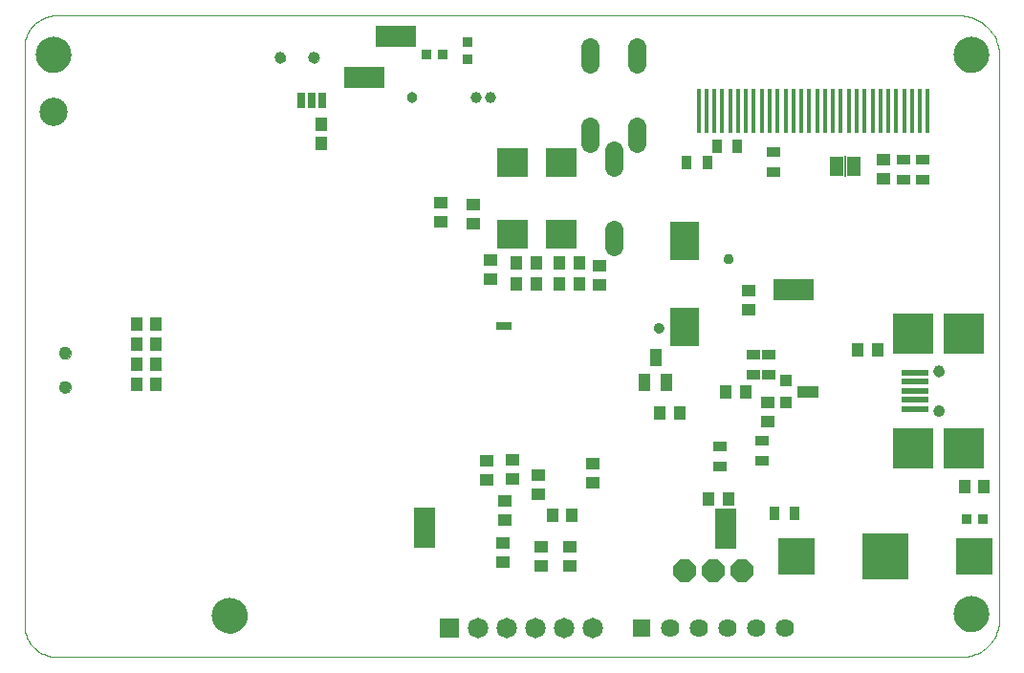
<source format=gbs>
G75*
%MOIN*%
%OFA0B0*%
%FSLAX24Y24*%
%IPPOS*%
%LPD*%
%AMOC8*
5,1,8,0,0,1.08239X$1,22.5*
%
%ADD10C,0.0000*%
%ADD11C,0.0434*%
%ADD12R,0.0434X0.0473*%
%ADD13R,0.0540X0.0290*%
%ADD14R,0.0715X0.0715*%
%ADD15C,0.0715*%
%ADD16R,0.0740X0.1390*%
%ADD17R,0.0473X0.0434*%
%ADD18R,0.0946X0.0237*%
%ADD19R,0.1418X0.1418*%
%ADD20C,0.0394*%
%ADD21R,0.1103X0.1044*%
%ADD22C,0.0985*%
%ADD23R,0.0440X0.0440*%
%ADD24R,0.0740X0.0440*%
%ADD25R,0.0178X0.1540*%
%ADD26R,0.0355X0.0512*%
%ADD27R,0.0512X0.0355*%
%ADD28R,0.0060X0.0720*%
%ADD29R,0.0500X0.0670*%
%ADD30C,0.0640*%
%ADD31OC8,0.0800*%
%ADD32R,0.1600X0.1600*%
%ADD33R,0.1290X0.1290*%
%ADD34R,0.1024X0.1339*%
%ADD35C,0.0355*%
%ADD36R,0.0434X0.0591*%
%ADD37R,0.0640X0.0640*%
%ADD38C,0.0640*%
%ADD39C,0.1240*%
%ADD40C,0.0390*%
%ADD41R,0.0355X0.0355*%
%ADD42R,0.1390X0.0740*%
%ADD43R,0.0290X0.0540*%
%ADD44C,0.0380*%
D10*
X001624Y000205D02*
X033178Y000205D01*
X033249Y000207D01*
X033320Y000213D01*
X033391Y000222D01*
X033460Y000236D01*
X033530Y000253D01*
X033598Y000274D01*
X033664Y000298D01*
X033730Y000326D01*
X033793Y000358D01*
X033855Y000393D01*
X033915Y000431D01*
X033973Y000473D01*
X034029Y000518D01*
X034082Y000565D01*
X034132Y000615D01*
X034179Y000668D01*
X034224Y000724D01*
X034266Y000782D01*
X034304Y000842D01*
X034339Y000904D01*
X034371Y000967D01*
X034399Y001033D01*
X034423Y001099D01*
X034444Y001167D01*
X034461Y001237D01*
X034475Y001306D01*
X034484Y001377D01*
X034490Y001448D01*
X034492Y001519D01*
X034492Y021156D01*
X032900Y021205D02*
X032902Y021254D01*
X032908Y021302D01*
X032918Y021350D01*
X032932Y021397D01*
X032949Y021443D01*
X032970Y021487D01*
X032995Y021529D01*
X033023Y021569D01*
X033055Y021607D01*
X033089Y021642D01*
X033126Y021674D01*
X033165Y021703D01*
X033207Y021729D01*
X033251Y021751D01*
X033296Y021769D01*
X033343Y021784D01*
X033390Y021795D01*
X033439Y021802D01*
X033488Y021805D01*
X033537Y021804D01*
X033585Y021799D01*
X033634Y021790D01*
X033681Y021777D01*
X033727Y021760D01*
X033771Y021740D01*
X033814Y021716D01*
X033855Y021689D01*
X033893Y021658D01*
X033929Y021625D01*
X033961Y021589D01*
X033991Y021550D01*
X034018Y021509D01*
X034041Y021465D01*
X034060Y021420D01*
X034076Y021374D01*
X034088Y021327D01*
X034096Y021278D01*
X034100Y021229D01*
X034100Y021181D01*
X034096Y021132D01*
X034088Y021083D01*
X034076Y021036D01*
X034060Y020990D01*
X034041Y020945D01*
X034018Y020901D01*
X033991Y020860D01*
X033961Y020821D01*
X033929Y020785D01*
X033893Y020752D01*
X033855Y020721D01*
X033814Y020694D01*
X033771Y020670D01*
X033727Y020650D01*
X033681Y020633D01*
X033634Y020620D01*
X033585Y020611D01*
X033537Y020606D01*
X033488Y020605D01*
X033439Y020608D01*
X033390Y020615D01*
X033343Y020626D01*
X033296Y020641D01*
X033251Y020659D01*
X033207Y020681D01*
X033165Y020707D01*
X033126Y020736D01*
X033089Y020768D01*
X033055Y020803D01*
X033023Y020841D01*
X032995Y020881D01*
X032970Y020923D01*
X032949Y020967D01*
X032932Y021013D01*
X032918Y021060D01*
X032908Y021108D01*
X032902Y021156D01*
X032900Y021205D01*
X033073Y022575D02*
X033147Y022573D01*
X033221Y022567D01*
X033295Y022558D01*
X033368Y022544D01*
X033440Y022527D01*
X033511Y022506D01*
X033582Y022481D01*
X033650Y022452D01*
X033717Y022420D01*
X033783Y022385D01*
X033846Y022346D01*
X033907Y022304D01*
X033966Y022259D01*
X034022Y022211D01*
X034076Y022159D01*
X034128Y022105D01*
X034176Y022049D01*
X034221Y021990D01*
X034263Y021929D01*
X034302Y021866D01*
X034337Y021800D01*
X034369Y021733D01*
X034398Y021665D01*
X034423Y021594D01*
X034444Y021523D01*
X034461Y021451D01*
X034475Y021378D01*
X034484Y021304D01*
X034490Y021230D01*
X034492Y021156D01*
X033073Y022575D02*
X001617Y022575D01*
X001552Y022573D01*
X001487Y022567D01*
X001423Y022558D01*
X001359Y022545D01*
X001297Y022528D01*
X001235Y022508D01*
X001175Y022484D01*
X001116Y022456D01*
X001059Y022425D01*
X001003Y022391D01*
X000950Y022354D01*
X000899Y022314D01*
X000850Y022270D01*
X000805Y022225D01*
X000761Y022176D01*
X000721Y022125D01*
X000684Y022072D01*
X000650Y022017D01*
X000619Y021959D01*
X000591Y021900D01*
X000567Y021840D01*
X000547Y021778D01*
X000530Y021716D01*
X000517Y021652D01*
X000508Y021588D01*
X000502Y021523D01*
X000500Y021458D01*
X000500Y001329D01*
X000502Y001264D01*
X000508Y001199D01*
X000517Y001134D01*
X000530Y001070D01*
X000547Y001007D01*
X000568Y000945D01*
X000592Y000884D01*
X000620Y000825D01*
X000651Y000767D01*
X000685Y000711D01*
X000722Y000658D01*
X000763Y000607D01*
X000806Y000558D01*
X000853Y000511D01*
X000902Y000468D01*
X000953Y000427D01*
X001006Y000390D01*
X001062Y000356D01*
X001120Y000325D01*
X001179Y000297D01*
X001240Y000273D01*
X001302Y000252D01*
X001365Y000235D01*
X001429Y000222D01*
X001494Y000213D01*
X001559Y000207D01*
X001624Y000205D01*
X007050Y001655D02*
X007052Y001704D01*
X007058Y001752D01*
X007068Y001800D01*
X007082Y001847D01*
X007099Y001893D01*
X007120Y001937D01*
X007145Y001979D01*
X007173Y002019D01*
X007205Y002057D01*
X007239Y002092D01*
X007276Y002124D01*
X007315Y002153D01*
X007357Y002179D01*
X007401Y002201D01*
X007446Y002219D01*
X007493Y002234D01*
X007540Y002245D01*
X007589Y002252D01*
X007638Y002255D01*
X007687Y002254D01*
X007735Y002249D01*
X007784Y002240D01*
X007831Y002227D01*
X007877Y002210D01*
X007921Y002190D01*
X007964Y002166D01*
X008005Y002139D01*
X008043Y002108D01*
X008079Y002075D01*
X008111Y002039D01*
X008141Y002000D01*
X008168Y001959D01*
X008191Y001915D01*
X008210Y001870D01*
X008226Y001824D01*
X008238Y001777D01*
X008246Y001728D01*
X008250Y001679D01*
X008250Y001631D01*
X008246Y001582D01*
X008238Y001533D01*
X008226Y001486D01*
X008210Y001440D01*
X008191Y001395D01*
X008168Y001351D01*
X008141Y001310D01*
X008111Y001271D01*
X008079Y001235D01*
X008043Y001202D01*
X008005Y001171D01*
X007964Y001144D01*
X007921Y001120D01*
X007877Y001100D01*
X007831Y001083D01*
X007784Y001070D01*
X007735Y001061D01*
X007687Y001056D01*
X007638Y001055D01*
X007589Y001058D01*
X007540Y001065D01*
X007493Y001076D01*
X007446Y001091D01*
X007401Y001109D01*
X007357Y001131D01*
X007315Y001157D01*
X007276Y001186D01*
X007239Y001218D01*
X007205Y001253D01*
X007173Y001291D01*
X007145Y001331D01*
X007120Y001373D01*
X007099Y001417D01*
X007082Y001463D01*
X007068Y001510D01*
X007058Y001558D01*
X007052Y001606D01*
X007050Y001655D01*
X001720Y009614D02*
X001722Y009641D01*
X001728Y009668D01*
X001737Y009694D01*
X001750Y009718D01*
X001766Y009741D01*
X001785Y009760D01*
X001807Y009777D01*
X001831Y009791D01*
X001856Y009801D01*
X001883Y009808D01*
X001910Y009811D01*
X001938Y009810D01*
X001965Y009805D01*
X001991Y009797D01*
X002015Y009785D01*
X002038Y009769D01*
X002059Y009751D01*
X002076Y009730D01*
X002091Y009706D01*
X002102Y009681D01*
X002110Y009655D01*
X002114Y009628D01*
X002114Y009600D01*
X002110Y009573D01*
X002102Y009547D01*
X002091Y009522D01*
X002076Y009498D01*
X002059Y009477D01*
X002038Y009459D01*
X002016Y009443D01*
X001991Y009431D01*
X001965Y009423D01*
X001938Y009418D01*
X001910Y009417D01*
X001883Y009420D01*
X001856Y009427D01*
X001831Y009437D01*
X001807Y009451D01*
X001785Y009468D01*
X001766Y009487D01*
X001750Y009510D01*
X001737Y009534D01*
X001728Y009560D01*
X001722Y009587D01*
X001720Y009614D01*
X001720Y010796D02*
X001722Y010823D01*
X001728Y010850D01*
X001737Y010876D01*
X001750Y010900D01*
X001766Y010923D01*
X001785Y010942D01*
X001807Y010959D01*
X001831Y010973D01*
X001856Y010983D01*
X001883Y010990D01*
X001910Y010993D01*
X001938Y010992D01*
X001965Y010987D01*
X001991Y010979D01*
X002015Y010967D01*
X002038Y010951D01*
X002059Y010933D01*
X002076Y010912D01*
X002091Y010888D01*
X002102Y010863D01*
X002110Y010837D01*
X002114Y010810D01*
X002114Y010782D01*
X002110Y010755D01*
X002102Y010729D01*
X002091Y010704D01*
X002076Y010680D01*
X002059Y010659D01*
X002038Y010641D01*
X002016Y010625D01*
X001991Y010613D01*
X001965Y010605D01*
X001938Y010600D01*
X001910Y010599D01*
X001883Y010602D01*
X001856Y010609D01*
X001831Y010619D01*
X001807Y010633D01*
X001785Y010650D01*
X001766Y010669D01*
X001750Y010692D01*
X001737Y010716D01*
X001728Y010742D01*
X001722Y010769D01*
X001720Y010796D01*
X000900Y021205D02*
X000902Y021254D01*
X000908Y021302D01*
X000918Y021350D01*
X000932Y021397D01*
X000949Y021443D01*
X000970Y021487D01*
X000995Y021529D01*
X001023Y021569D01*
X001055Y021607D01*
X001089Y021642D01*
X001126Y021674D01*
X001165Y021703D01*
X001207Y021729D01*
X001251Y021751D01*
X001296Y021769D01*
X001343Y021784D01*
X001390Y021795D01*
X001439Y021802D01*
X001488Y021805D01*
X001537Y021804D01*
X001585Y021799D01*
X001634Y021790D01*
X001681Y021777D01*
X001727Y021760D01*
X001771Y021740D01*
X001814Y021716D01*
X001855Y021689D01*
X001893Y021658D01*
X001929Y021625D01*
X001961Y021589D01*
X001991Y021550D01*
X002018Y021509D01*
X002041Y021465D01*
X002060Y021420D01*
X002076Y021374D01*
X002088Y021327D01*
X002096Y021278D01*
X002100Y021229D01*
X002100Y021181D01*
X002096Y021132D01*
X002088Y021083D01*
X002076Y021036D01*
X002060Y020990D01*
X002041Y020945D01*
X002018Y020901D01*
X001991Y020860D01*
X001961Y020821D01*
X001929Y020785D01*
X001893Y020752D01*
X001855Y020721D01*
X001814Y020694D01*
X001771Y020670D01*
X001727Y020650D01*
X001681Y020633D01*
X001634Y020620D01*
X001585Y020611D01*
X001537Y020606D01*
X001488Y020605D01*
X001439Y020608D01*
X001390Y020615D01*
X001343Y020626D01*
X001296Y020641D01*
X001251Y020659D01*
X001207Y020681D01*
X001165Y020707D01*
X001126Y020736D01*
X001089Y020768D01*
X001055Y020803D01*
X001023Y020841D01*
X000995Y020881D01*
X000970Y020923D01*
X000949Y020967D01*
X000932Y021013D01*
X000918Y021060D01*
X000908Y021108D01*
X000902Y021156D01*
X000900Y021205D01*
X009232Y021105D02*
X009234Y021131D01*
X009240Y021157D01*
X009250Y021182D01*
X009263Y021205D01*
X009279Y021225D01*
X009299Y021243D01*
X009321Y021258D01*
X009344Y021270D01*
X009370Y021278D01*
X009396Y021282D01*
X009422Y021282D01*
X009448Y021278D01*
X009474Y021270D01*
X009498Y021258D01*
X009519Y021243D01*
X009539Y021225D01*
X009555Y021205D01*
X009568Y021182D01*
X009578Y021157D01*
X009584Y021131D01*
X009586Y021105D01*
X009584Y021079D01*
X009578Y021053D01*
X009568Y021028D01*
X009555Y021005D01*
X009539Y020985D01*
X009519Y020967D01*
X009497Y020952D01*
X009474Y020940D01*
X009448Y020932D01*
X009422Y020928D01*
X009396Y020928D01*
X009370Y020932D01*
X009344Y020940D01*
X009320Y020952D01*
X009299Y020967D01*
X009279Y020985D01*
X009263Y021005D01*
X009250Y021028D01*
X009240Y021053D01*
X009234Y021079D01*
X009232Y021105D01*
X010414Y021105D02*
X010416Y021131D01*
X010422Y021157D01*
X010432Y021182D01*
X010445Y021205D01*
X010461Y021225D01*
X010481Y021243D01*
X010503Y021258D01*
X010526Y021270D01*
X010552Y021278D01*
X010578Y021282D01*
X010604Y021282D01*
X010630Y021278D01*
X010656Y021270D01*
X010680Y021258D01*
X010701Y021243D01*
X010721Y021225D01*
X010737Y021205D01*
X010750Y021182D01*
X010760Y021157D01*
X010766Y021131D01*
X010768Y021105D01*
X010766Y021079D01*
X010760Y021053D01*
X010750Y021028D01*
X010737Y021005D01*
X010721Y020985D01*
X010701Y020967D01*
X010679Y020952D01*
X010656Y020940D01*
X010630Y020932D01*
X010604Y020928D01*
X010578Y020928D01*
X010552Y020932D01*
X010526Y020940D01*
X010502Y020952D01*
X010481Y020967D01*
X010461Y020985D01*
X010445Y021005D01*
X010432Y021028D01*
X010422Y021053D01*
X010416Y021079D01*
X010414Y021105D01*
X024877Y014091D02*
X024879Y014116D01*
X024885Y014140D01*
X024894Y014162D01*
X024907Y014183D01*
X024923Y014202D01*
X024942Y014218D01*
X024963Y014231D01*
X024985Y014240D01*
X025009Y014246D01*
X025034Y014248D01*
X025059Y014246D01*
X025083Y014240D01*
X025105Y014231D01*
X025126Y014218D01*
X025145Y014202D01*
X025161Y014183D01*
X025174Y014162D01*
X025183Y014140D01*
X025189Y014116D01*
X025191Y014091D01*
X025189Y014066D01*
X025183Y014042D01*
X025174Y014020D01*
X025161Y013999D01*
X025145Y013980D01*
X025126Y013964D01*
X025105Y013951D01*
X025083Y013942D01*
X025059Y013936D01*
X025034Y013934D01*
X025009Y013936D01*
X024985Y013942D01*
X024963Y013951D01*
X024942Y013964D01*
X024923Y013980D01*
X024907Y013999D01*
X024894Y014020D01*
X024885Y014042D01*
X024879Y014066D01*
X024877Y014091D01*
X022457Y011671D02*
X022459Y011696D01*
X022465Y011720D01*
X022474Y011742D01*
X022487Y011763D01*
X022503Y011782D01*
X022522Y011798D01*
X022543Y011811D01*
X022565Y011820D01*
X022589Y011826D01*
X022614Y011828D01*
X022639Y011826D01*
X022663Y011820D01*
X022685Y011811D01*
X022706Y011798D01*
X022725Y011782D01*
X022741Y011763D01*
X022754Y011742D01*
X022763Y011720D01*
X022769Y011696D01*
X022771Y011671D01*
X022769Y011646D01*
X022763Y011622D01*
X022754Y011600D01*
X022741Y011579D01*
X022725Y011560D01*
X022706Y011544D01*
X022685Y011531D01*
X022663Y011522D01*
X022639Y011516D01*
X022614Y011514D01*
X022589Y011516D01*
X022565Y011522D01*
X022543Y011531D01*
X022522Y011544D01*
X022503Y011560D01*
X022487Y011579D01*
X022474Y011600D01*
X022465Y011622D01*
X022459Y011646D01*
X022457Y011671D01*
X032193Y010172D02*
X032195Y010198D01*
X032201Y010224D01*
X032211Y010249D01*
X032224Y010272D01*
X032240Y010292D01*
X032260Y010310D01*
X032282Y010325D01*
X032305Y010337D01*
X032331Y010345D01*
X032357Y010349D01*
X032383Y010349D01*
X032409Y010345D01*
X032435Y010337D01*
X032459Y010325D01*
X032480Y010310D01*
X032500Y010292D01*
X032516Y010272D01*
X032529Y010249D01*
X032539Y010224D01*
X032545Y010198D01*
X032547Y010172D01*
X032545Y010146D01*
X032539Y010120D01*
X032529Y010095D01*
X032516Y010072D01*
X032500Y010052D01*
X032480Y010034D01*
X032458Y010019D01*
X032435Y010007D01*
X032409Y009999D01*
X032383Y009995D01*
X032357Y009995D01*
X032331Y009999D01*
X032305Y010007D01*
X032281Y010019D01*
X032260Y010034D01*
X032240Y010052D01*
X032224Y010072D01*
X032211Y010095D01*
X032201Y010120D01*
X032195Y010146D01*
X032193Y010172D01*
X032193Y008794D02*
X032195Y008820D01*
X032201Y008846D01*
X032211Y008871D01*
X032224Y008894D01*
X032240Y008914D01*
X032260Y008932D01*
X032282Y008947D01*
X032305Y008959D01*
X032331Y008967D01*
X032357Y008971D01*
X032383Y008971D01*
X032409Y008967D01*
X032435Y008959D01*
X032459Y008947D01*
X032480Y008932D01*
X032500Y008914D01*
X032516Y008894D01*
X032529Y008871D01*
X032539Y008846D01*
X032545Y008820D01*
X032547Y008794D01*
X032545Y008768D01*
X032539Y008742D01*
X032529Y008717D01*
X032516Y008694D01*
X032500Y008674D01*
X032480Y008656D01*
X032458Y008641D01*
X032435Y008629D01*
X032409Y008621D01*
X032383Y008617D01*
X032357Y008617D01*
X032331Y008621D01*
X032305Y008629D01*
X032281Y008641D01*
X032260Y008656D01*
X032240Y008674D01*
X032224Y008694D01*
X032211Y008717D01*
X032201Y008742D01*
X032195Y008768D01*
X032193Y008794D01*
X032900Y001705D02*
X032902Y001754D01*
X032908Y001802D01*
X032918Y001850D01*
X032932Y001897D01*
X032949Y001943D01*
X032970Y001987D01*
X032995Y002029D01*
X033023Y002069D01*
X033055Y002107D01*
X033089Y002142D01*
X033126Y002174D01*
X033165Y002203D01*
X033207Y002229D01*
X033251Y002251D01*
X033296Y002269D01*
X033343Y002284D01*
X033390Y002295D01*
X033439Y002302D01*
X033488Y002305D01*
X033537Y002304D01*
X033585Y002299D01*
X033634Y002290D01*
X033681Y002277D01*
X033727Y002260D01*
X033771Y002240D01*
X033814Y002216D01*
X033855Y002189D01*
X033893Y002158D01*
X033929Y002125D01*
X033961Y002089D01*
X033991Y002050D01*
X034018Y002009D01*
X034041Y001965D01*
X034060Y001920D01*
X034076Y001874D01*
X034088Y001827D01*
X034096Y001778D01*
X034100Y001729D01*
X034100Y001681D01*
X034096Y001632D01*
X034088Y001583D01*
X034076Y001536D01*
X034060Y001490D01*
X034041Y001445D01*
X034018Y001401D01*
X033991Y001360D01*
X033961Y001321D01*
X033929Y001285D01*
X033893Y001252D01*
X033855Y001221D01*
X033814Y001194D01*
X033771Y001170D01*
X033727Y001150D01*
X033681Y001133D01*
X033634Y001120D01*
X033585Y001111D01*
X033537Y001106D01*
X033488Y001105D01*
X033439Y001108D01*
X033390Y001115D01*
X033343Y001126D01*
X033296Y001141D01*
X033251Y001159D01*
X033207Y001181D01*
X033165Y001207D01*
X033126Y001236D01*
X033089Y001268D01*
X033055Y001303D01*
X033023Y001341D01*
X032995Y001381D01*
X032970Y001423D01*
X032949Y001467D01*
X032932Y001513D01*
X032918Y001560D01*
X032908Y001608D01*
X032902Y001656D01*
X032900Y001705D01*
D11*
X001917Y009614D03*
X001917Y010796D03*
D12*
X004415Y011105D03*
X005085Y011105D03*
X005085Y010405D03*
X004415Y010405D03*
X004415Y009705D03*
X005085Y009705D03*
X005085Y011805D03*
X004415Y011805D03*
X010850Y018120D03*
X010850Y018790D03*
X017665Y013955D03*
X018335Y013955D03*
X019165Y013955D03*
X019835Y013955D03*
X019835Y013205D03*
X019165Y013205D03*
X018335Y013205D03*
X017665Y013205D03*
X022665Y008705D03*
X023335Y008705D03*
X024965Y009455D03*
X025635Y009455D03*
X029565Y010905D03*
X030235Y010905D03*
X033297Y006155D03*
X033966Y006155D03*
X025035Y005705D03*
X024365Y005705D03*
X019585Y005155D03*
X018915Y005155D03*
D13*
X017220Y011739D03*
D14*
X015300Y001205D03*
D15*
X016300Y001205D03*
X017300Y001205D03*
X018300Y001205D03*
X019300Y001205D03*
X020300Y001205D03*
D16*
X024964Y004677D03*
X014450Y004705D03*
D17*
X016600Y006370D03*
X016600Y007040D03*
X017500Y007090D03*
X017500Y006420D03*
X018400Y006540D03*
X018400Y005870D03*
X017250Y005640D03*
X017250Y004970D03*
X017198Y004171D03*
X017198Y003502D03*
X018500Y003370D03*
X018500Y004040D03*
X019500Y004040D03*
X019500Y003370D03*
X020300Y006270D03*
X020300Y006940D03*
X026400Y008420D03*
X026400Y009090D03*
X025750Y012320D03*
X025750Y012990D03*
X020550Y013170D03*
X020550Y013840D03*
X016750Y014040D03*
X016750Y013370D03*
X016150Y015320D03*
X016150Y015990D03*
X015000Y016040D03*
X015000Y015370D03*
X030450Y016870D03*
X030450Y017540D03*
D18*
X031563Y010112D03*
X031563Y009798D03*
X031563Y009483D03*
X031563Y009168D03*
X031563Y008853D03*
D19*
X031484Y007475D03*
X033256Y007475D03*
X033256Y011490D03*
X031484Y011490D03*
D20*
X032370Y010172D03*
X032370Y008794D03*
X010591Y021105D03*
X009409Y021105D03*
D21*
X017500Y017455D03*
X019200Y017455D03*
X019200Y014955D03*
X017500Y014955D03*
D22*
X001500Y019205D03*
D23*
X027050Y009835D03*
X027050Y009085D03*
D24*
X027800Y009460D03*
D25*
X027862Y019233D03*
X027587Y019233D03*
X027311Y019233D03*
X027035Y019233D03*
X026760Y019233D03*
X026484Y019233D03*
X026209Y019233D03*
X025933Y019233D03*
X025657Y019233D03*
X025382Y019233D03*
X025106Y019233D03*
X024831Y019233D03*
X024555Y019233D03*
X024280Y019233D03*
X024004Y019233D03*
X028138Y019233D03*
X028413Y019233D03*
X028689Y019233D03*
X028965Y019233D03*
X029240Y019233D03*
X029516Y019233D03*
X029791Y019233D03*
X030067Y019233D03*
X030343Y019233D03*
X030618Y019233D03*
X030894Y019233D03*
X031169Y019233D03*
X031445Y019233D03*
X031720Y019233D03*
X031996Y019233D03*
D26*
X025354Y018005D03*
X024646Y018005D03*
X024304Y017455D03*
X023596Y017455D03*
X026646Y005205D03*
X027354Y005205D03*
D27*
X024750Y006851D03*
X024750Y007559D03*
X026200Y007759D03*
X026200Y007051D03*
X026450Y010051D03*
X025900Y010051D03*
X025900Y010759D03*
X026450Y010759D03*
X031150Y016851D03*
X031800Y016851D03*
X031800Y017559D03*
X031150Y017559D03*
X026600Y017809D03*
X026600Y017101D03*
D28*
X029100Y017305D03*
D29*
X028800Y017305D03*
X029400Y017305D03*
D30*
X021862Y018127D02*
X021862Y018727D01*
X021062Y017883D02*
X021062Y017283D01*
X020212Y018127D02*
X020212Y018727D01*
X020212Y020883D02*
X020212Y021483D01*
X021862Y021483D02*
X021862Y020883D01*
X021062Y015127D02*
X021062Y014527D01*
D31*
X023500Y003205D03*
X024500Y003205D03*
X025500Y003205D03*
D32*
X030500Y003705D03*
D33*
X027400Y003705D03*
X033600Y003705D03*
D34*
X023500Y011705D03*
X023500Y014705D03*
D35*
X025034Y014091D03*
X022614Y011671D03*
D36*
X022500Y010638D03*
X022126Y009772D03*
X022874Y009772D03*
D37*
X022000Y001205D03*
D38*
X023000Y001205D03*
X024000Y001205D03*
X025000Y001205D03*
X026000Y001205D03*
X027000Y001205D03*
D39*
X033500Y001705D03*
X007650Y001655D03*
X001500Y021205D03*
X033500Y021205D03*
D40*
X016736Y019705D03*
X016264Y019705D03*
D41*
X015950Y021060D03*
X015950Y021650D03*
X015095Y021205D03*
X014505Y021205D03*
X033334Y005023D03*
X033924Y005023D03*
D42*
X027300Y013005D03*
X013450Y021855D03*
X012350Y020405D03*
D43*
X010880Y019605D03*
X010500Y019605D03*
X010150Y019605D03*
D44*
X014000Y019705D03*
M02*

</source>
